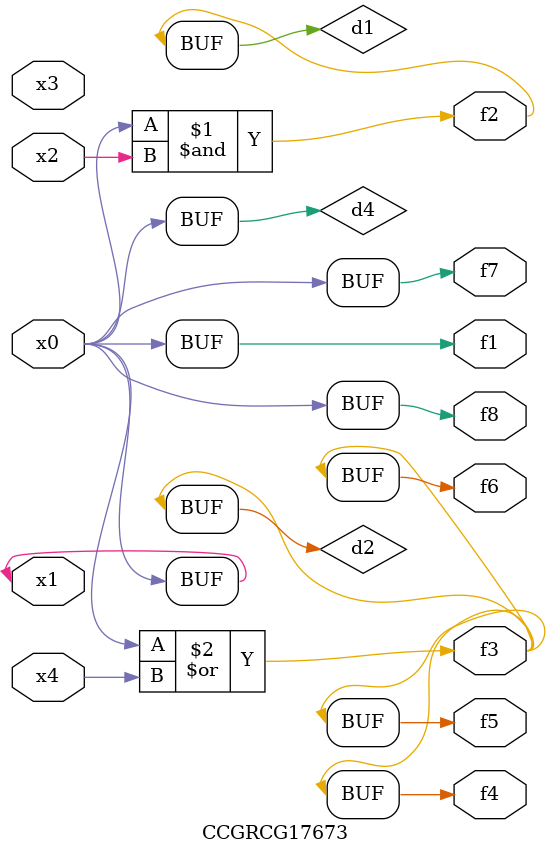
<source format=v>
module CCGRCG17673(
	input x0, x1, x2, x3, x4,
	output f1, f2, f3, f4, f5, f6, f7, f8
);

	wire d1, d2, d3, d4;

	and (d1, x0, x2);
	or (d2, x0, x4);
	nand (d3, x0, x2);
	buf (d4, x0, x1);
	assign f1 = d4;
	assign f2 = d1;
	assign f3 = d2;
	assign f4 = d2;
	assign f5 = d2;
	assign f6 = d2;
	assign f7 = d4;
	assign f8 = d4;
endmodule

</source>
